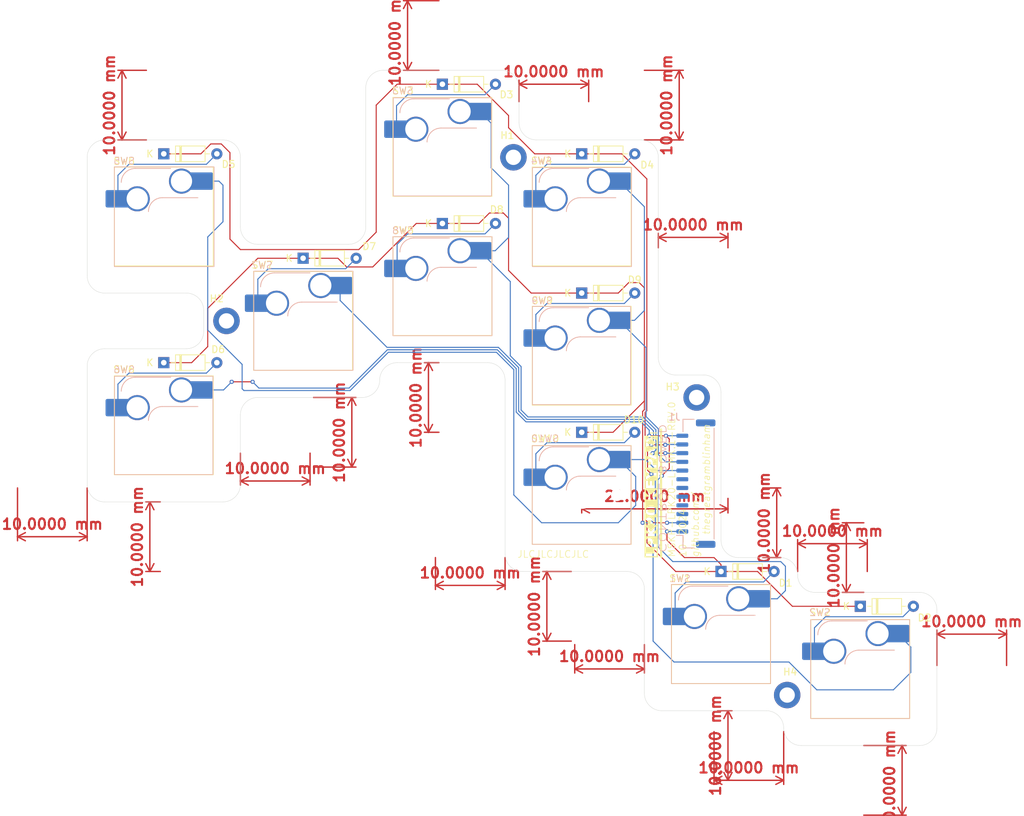
<source format=kicad_pcb>
(kicad_pcb (version 20240108) (generator "pcbnew") (generator_version "8.0")
  (layers (0 "F.Cu" signal) (31 "B.Cu" signal) (34 "B.Paste" user) (35 "F.Paste" user) (36 "B.SilkS" user "B.Silkscreen") (37 "F.SilkS" user "F.Silkscreen") (38 "B.Mask" user) (39 "F.Mask" user) (44 "Edge.Cuts" user))
  (net 0 "")
  (net 1 "Net-(D1-K)")
  (net 2 "Net-(D1-A)")
  (net 3 "Net-(D2-A)")
  (net 4 "Net-(D3-A)")
  (net 5 "Net-(D4-A)")
  (net 6 "Net-(D5-A)")
  (net 7 "Net-(D6-A)")
  (net 8 "Net-(D10-K)")
  (net 9 "Net-(D7-A)")
  (net 10 "Net-(D8-A)")
  (net 11 "Net-(D9-A)")
  (net 12 "Net-(D10-A)")
  (net 17 "Net-(J1-Pin_12)")
  (net 18 "Net-(J1-Pin_11)")
  (net 19 "Net-(J1-Pin_10)")
  (net 20 "Net-(J1-Pin_8)")
  (net 21 "Net-(J1-Pin_9)")
  (footprint "ScottoKeebs_Hotswap:Hotswap_MX_Plated_1.00u" (layer "F.Cu") (at 72 51)
    (property "Reference" "SW5")
    (property "Value" "Switch")
  )
  (footprint "ScottoKeebs_Hotswap:Hotswap_MX_Plated_1.00u" (layer "F.Cu") (at 132 51)
    (property "Reference" "SW4")
    (property "Value" "Switch")
  )
  (footprint "Diode_THT:D_DO-35_SOD27_P7.62mm_Horizontal" (layer "F.Cu") (at 172 107)
    (property "Reference" "D2")
    (property "Value" "1N4148")
  )
  (footprint "MountingHole:MountingHole_2.2mm_M2_ISO14580_Pad" (layer "F.Cu") (at 81 66)
    (property "Reference" "H2")
    (property "Value" "MountingHole_2.2mm_M2_ISO14580_Pad")
  )
  (footprint "Diode_THT:D_DO-35_SOD27_P7.62mm_Horizontal" (layer "F.Cu") (at 92 57)
    (property "Reference" "D7")
    (property "Value" "1N4148")
  )
  (footprint "MountingHole:MountingHole_2.2mm_M2_ISO14580_Pad" (layer "F.Cu") (at 161.5 119.75)
    (property "Reference" "H4")
    (property "Value" "MountingHole_2.2mm_M2_ISO14580_Pad")
  )
  (footprint "ScottoKeebs_Hotswap:Hotswap_MX_Plated_1.00u" (layer "F.Cu") (at 152 111)
    (property "Reference" "SW1")
    (property "Value" "Switch")
  )
  (footprint "ScottoKeebs_Hotswap:Hotswap_MX_Plated_1.00u" (layer "F.Cu") (at 92 66)
    (property "Reference" "SW7")
    (property "Value" "Switch")
  )
  (footprint "ScottoKeebs_Hotswap:Hotswap_MX_Plated_1.00u" (layer "F.Cu") (at 72 81)
    (property "Reference" "SW6")
    (property "Value" "Switch")
  )
  (footprint "MountingHole:MountingHole_2.2mm_M2_ISO14580_Pad" (layer "F.Cu") (at 122.2 42.5)
    (property "Reference" "H1")
    (property "Value" "MountingHole_2.2mm_M2_ISO14580_Pad")
  )
  (footprint "Diode_THT:D_DO-35_SOD27_P7.62mm_Horizontal" (layer "F.Cu") (at 132 62)
    (property "Reference" "D9")
    (property "Value" "1N4148")
  )
  (footprint "ScottoKeebs_Hotswap:Hotswap_MX_Plated_1.00u" (layer "F.Cu") (at 172 116)
    (property "Reference" "SW2")
    (property "Value" "Switch")
  )
  (footprint "Diode_THT:D_DO-35_SOD27_P7.62mm_Horizontal" (layer "F.Cu") (at 132 42)
    (property "Reference" "D4")
    (property "Value" "1N4148")
  )
  (footprint "ScottoKeebs_Hotswap:Hotswap_MX_Plated_1.00u" (layer "F.Cu") (at 132 71)
    (property "Reference" "SW9")
    (property "Value" "Switch")
  )
  (footprint "Diode_THT:D_DO-35_SOD27_P7.62mm_Horizontal" (layer "F.Cu") (at 152 102)
    (property "Reference" "D1")
    (property "Value" "1N4148")
  )
  (footprint "Diode_THT:D_DO-35_SOD27_P7.62mm_Horizontal" (layer "F.Cu") (at 112 52)
    (property "Reference" "D8")
    (property "Value" "1N4148")
  )
  (footprint "ScottoKeebs_Hotswap:Hotswap_MX_Plated_1.00u" (layer "F.Cu") (at 132 91)
    (property "Reference" "SW10")
    (property "Value" "Switch")
  )
  (footprint "ScottoKeebs_Hotswap:Hotswap_MX_Plated_1.00u" (layer "F.Cu") (at 112 41)
    (property "Reference" "SW3")
    (property "Value" "Switch")
  )
  (footprint "MountingHole:MountingHole_2.2mm_M2_ISO14580_Pad" (layer "F.Cu") (at 148.5 77)
    (property "Reference" "H3")
    (property "Value" "MountingHole_2.2mm_M2_ISO14580_Pad")
  )
  (footprint "Diode_THT:D_DO-35_SOD27_P7.62mm_Horizontal" (layer "F.Cu") (at 72 72)
    (property "Reference" "D6")
    (property "Value" "1N4148")
  )
  (footprint "Diode_THT:D_DO-35_SOD27_P7.62mm_Horizontal" (layer "F.Cu") (at 72 42)
    (property "Reference" "D5")
    (property "Value" "1N4148")
  )
  (footprint "Diode_THT:D_DO-35_SOD27_P7.62mm_Horizontal" (layer "F.Cu") (at 112 32)
    (property "Reference" "D3")
    (property "Value" "1N4148")
  )
  (footprint "ScottoKeebs_Hotswap:Hotswap_MX_Plated_1.00u" (layer "F.Cu") (at 112 61)
    (property "Reference" "SW8")
    (property "Value" "Switch")
  )
  (footprint "Diode_THT:D_DO-35_SOD27_P7.62mm_Horizontal" (layer "F.Cu") (at 132 82)
    (property "Reference" "D10")
    (property "Value" "1N4148")
  )
  (footprint "Connector_JST:JST_GH_BM12B-GHS-TBT_1x12-1MP_P1.25mm_Vertical" (layer "B.Cu") (at 148.4 89.375 90)
    (property "Reference" "J1")
    (property "Value" "Conn_01x12_Socket")
  )
  (gr_rect (start 84.925 58.85) (end 99.175 73.1) (stroke (width 0.1)) (fill none) (layer "B.SilkS"))
  (gr_rect (start 124.925 63.925) (end 139.025 78.025) (stroke (width 0.1)) (fill none) (layer "B.SilkS"))
  (gr_rect (start 104.95 33.95) (end 119.05 48.05) (stroke (width 0.1)) (fill none) (layer "B.SilkS"))
  (gr_rect (start 144.875 103.85) (end 159.125 118.1) (stroke (width 0.1)) (fill none) (layer "B.SilkS"))
  (gr_rect (start 64.9 43.875) (end 79.225 58.2) (stroke (width 0.1)) (fill none) (layer "B.SilkS"))
  (gr_rect (start 64.925 73.95) (end 79.05 88.075) (stroke (width 0.1)) (fill none) (layer "B.SilkS"))
  (gr_rect (start 104.9 53.9) (end 119.125 68.125) (stroke (width 0.1)) (fill none) (layer "B.SilkS"))
  (gr_rect (start 124.9 83.925) (end 139.075 98.1) (stroke (width 0.1)) (fill none) (layer "B.SilkS"))
  (gr_rect (start 164.875 108.925) (end 179.075 123.125) (stroke (width 0.1)) (fill none) (layer "B.SilkS"))
  (gr_rect (start 124.925 43.975) (end 139.15 58.2) (stroke (width 0.1)) (fill none) (layer "B.SilkS"))
  (gr_line (start 143.4 81.6) (end 143.4 99.9) (stroke (width 0.3)) (layer "F.SilkS"))
  (gr_line (start 83 79.5) (end 83 89.5) (stroke (width 0.05)) (layer "Edge.Cuts"))
  (gr_line (start 103.5 30) (end 120.5 30) (stroke (width 0.05)) (layer "Edge.Cuts"))
  (gr_arc (start 145.5 73.767767) (mid 143.732233 73.035534) (end 143 71.267767) (stroke (width 0.05)) (layer "Edge.Cuts"))
  (gr_arc (start 75.232233 62) (mid 77 62.732233) (end 77.732233 64.5) (stroke (width 0.05)) (layer "Edge.Cuts"))
  (gr_line (start 77.732233 67.5) (end 77.732233 64.5) (stroke (width 0.05)) (layer "Edge.Cuts"))
  (gr_line (start 138.5 102) (end 123.5 102) (stroke (width 0.05)) (layer "Edge.Cuts"))
  (gr_line (start 152 76.267767) (end 152 79.5) (stroke (width 0.05)) (layer "Edge.Cuts"))
  (gr_arc (start 80.5 40) (mid 82.267767 40.732233) (end 83 42.5) (stroke (width 0.05)) (layer "Edge.Cuts"))
  (gr_arc (start 143.5 122) (mid 141.732233 121.267767) (end 141 119.5) (stroke (width 0.05)) (layer "Edge.Cuts"))
  (gr_line (start 183 107.5) (end 183 124.5) (stroke (width 0.05)) (layer "Edge.Cuts"))
  (gr_line (start 165.5 105) (end 180.5 105) (stroke (width 0.05)) (layer "Edge.Cuts"))
  (gr_line (start 75.232233 70) (end 63.5 70) (stroke (width 0.05)) (layer "Edge.Cuts"))
  (gr_arc (start 154.5 100) (mid 152.732233 99.267767) (end 152 97.5) (stroke (width 0.05)) (layer "Edge.Cuts"))
  (gr_line (start 145.5 73.767767) (end 149.5 73.767767) (stroke (width 0.05)) (layer "Edge.Cuts"))
  (gr_line (start 143 42.5) (end 143 71.267767) (stroke (width 0.05)) (layer "Edge.Cuts"))
  (gr_line (start 100.5 77) (end 85.5 77) (stroke (width 0.05)) (layer "Edge.Cuts"))
  (gr_arc (start 118.5 72) (mid 120.267767 72.732233) (end 121 74.5) (stroke (width 0.05)) (layer "Edge.Cuts"))
  (gr_line (start 85.5 55) (end 98.5 55) (stroke (width 0.05)) (layer "Edge.Cuts"))
  (gr_arc (start 180.5 105) (mid 182.267767 105.732233) (end 183 107.5) (stroke (width 0.05)) (layer "Edge.Cuts"))
  (gr_arc (start 61 42.5) (mid 61.732233 40.732233) (end 63.5 40) (stroke (width 0.05)) (layer "Edge.Cuts"))
  (gr_line (start 61 59.5) (end 61 42.5) (stroke (width 0.05)) (layer "Edge.Cuts"))
  (gr_line (start 158.5 122) (end 143.5 122) (stroke (width 0.05)) (layer "Edge.Cuts"))
  (gr_line (start 83 42.5) (end 83 52.5) (stroke (width 0.05)) (layer "Edge.Cuts"))
  (gr_arc (start 61 72.5) (mid 61.732233 70.732233) (end 63.5 70) (stroke (width 0.05)) (layer "Edge.Cuts"))
  (gr_line (start 154.5 100) (end 160.5 100) (stroke (width 0.05)) (layer "Edge.Cuts"))
  (gr_arc (start 103 74.5) (mid 102.267767 76.267767) (end 100.5 77) (stroke (width 0.05)) (layer "Edge.Cuts"))
  (gr_line (start 118.5 72) (end 105.5 72) (stroke (width 0.05)) (layer "Edge.Cuts"))
  (gr_arc (start 101 52.5) (mid 100.267767 54.267767) (end 98.5 55) (stroke (width 0.05)) (layer "Edge.Cuts"))
  (gr_arc (start 163.5 127) (mid 161.732233 126.267767) (end 161 124.5) (stroke (width 0.05)) (layer "Edge.Cuts"))
  (gr_arc (start 77.732233 67.5) (mid 77 69.267767) (end 75.232233 70) (stroke (width 0.05)) (layer "Edge.Cuts"))
  (gr_arc (start 120.5 30) (mid 122.267767 30.732233) (end 123 32.5) (stroke (width 0.05)) (layer "Edge.Cuts"))
  (gr_line (start 101 52.5) (end 101 32.5) (stroke (width 0.05)) (layer "Edge.Cuts"))
  (gr_line (start 80.5 92) (end 63.5 92) (stroke (width 0.05)) (layer "Edge.Cuts"))
  (gr_arc (start 85.5 55) (mid 83.732233 54.267767) (end 83 52.5) (stroke (width 0.05)) (layer "Edge.Cuts"))
  (gr_arc (start 83 89.5) (mid 82.267767 91.267767) (end 80.5 92) (stroke (width 0.05)) (layer "Edge.Cuts"))
  (gr_line (start 123 32.5) (end 123 37.5) (stroke (width 0.05)) (layer "Edge.Cuts"))
  (gr_arc (start 103 74.5) (mid 103.732233 72.732233) (end 105.5 72) (stroke (width 0.05)) (layer "Edge.Cuts"))
  (gr_arc (start 165.5 105) (mid 163.732233 104.267767) (end 163 102.5) (stroke (width 0.05)) (layer "Edge.Cuts"))
  (gr_arc (start 140.5 40) (mid 142.267767 40.732233) (end 143 42.5) (stroke (width 0.05)) (layer "Edge.Cuts"))
  (gr_arc (start 101 32.5) (mid 101.732233 30.732233) (end 103.5 30) (stroke (width 0.05)) (layer "Edge.Cuts"))
  (gr_line (start 63.5 40) (end 80.5 40) (stroke (width 0.05)) (layer "Edge.Cuts"))
  (gr_arc (start 160.5 100) (mid 162.267767 100.732233) (end 163 102.5) (stroke (width 0.05)) (layer "Edge.Cuts"))
  (gr_arc (start 125.5 40) (mid 123.732233 39.267767) (end 123 37.5) (stroke (width 0.05)) (layer "Edge.Cuts"))
  (gr_arc (start 138.5 102) (mid 140.267767 102.732233) (end 141 104.5) (stroke (width 0.05)) (layer "Edge.Cuts"))
  (gr_arc (start 183 124.5) (mid 182.267767 126.267767) (end 180.5 127) (stroke (width 0.05)) (layer "Edge.Cuts"))
  (gr_line (start 125.5 40) (end 140.5 40) (stroke (width 0.05)) (layer "Edge.Cuts"))
  (gr_arc (start 63.5 92) (mid 61.732233 91.267767) (end 61 89.5) (stroke (width 0.05)) (layer "Edge.Cuts"))
  (gr_arc (start 123.5 102) (mid 121.732233 101.267767) (end 121 99.5) (stroke (width 0.05)) (layer "Edge.Cuts"))
  (gr_line (start 61 89.5) (end 61 72.5) (stroke (width 0.05)) (layer "Edge.Cuts"))
  (gr_line (start 121 99.5) (end 121 74.5) (stroke (width 0.05)) (layer "Edge.Cuts"))
  (gr_line (start 152 79.5) (end 152 97.5) (stroke (width 0.05)) (layer "Edge.Cuts"))
  (gr_line (start 180.5 127) (end 163.5 127) (stroke (width 0.05)) (layer "Edge.Cuts"))
  (gr_line (start 63.5 62) (end 75.232233 62) (stroke (width 0.05)) (layer "Edge.Cuts"))
  (gr_arc (start 149.5 73.767767) (mid 151.267767 74.5) (end 152 76.267767) (stroke (width 0.05)) (layer "Edge.Cuts"))
  (gr_arc (start 83 79.5) (mid 83.732233 77.732233) (end 85.5 77) (stroke (width 0.05)) (layer "Edge.Cuts"))
  (gr_arc (start 158.5 122) (mid 160.267767 122.732233) (end 161 124.5) (stroke (width 0.05)) (layer "Edge.Cuts"))
  (gr_line (start 141 119.5) (end 141 104.5) (stroke (width 0.05)) (layer "Edge.Cuts"))
  (gr_arc (start 63.5 62) (mid 61.732233 61.267767) (end 61 59.5) (stroke (width 0.05)) (layer "Edge.Cuts"))
  (gr_text "SW10" (at 128.8 83.5 0) (layer "B.SilkS") (effects (font (size 1 1) (thickness 0.1)) (justify left bottom mirror)))
  (gr_text "SW9" (at 127.9 63.7 0) (layer "B.SilkS") (effects (font (size 1 1) (thickness 0.1)) (justify left bottom mirror)))
  (gr_text "SW1" (at 147.7 103.6 0) (layer "B.SilkS") (effects (font (size 1 1) (thickness 0.1)) (justify left bottom mirror)))
  (gr_text "SW6" (at 67.9 73.6 0) (layer "B.SilkS") (effects (font (size 1 1) (thickness 0.1)) (justify left bottom mirror)))
  (gr_text "SW4" (at 127.8 43.6 0) (layer "B.SilkS") (effects (font (size 1 1) (thickness 0.1)) (justify left bottom mirror)))
  (gr_text "SW7" (at 87.7 58.6 0) (layer "B.SilkS") (effects (font (size 1 1) (thickness 0.1)) (justify left bottom mirror)))
  (gr_text "SW8" (at 107.9 53.6 0) (layer "B.SilkS") (effects (font (size 1 1) (thickness 0.1)) (justify left bottom mirror)))
  (gr_text "SW5" (at 67.9 43.6 0) (layer "B.SilkS") (effects (font (size 1 1) (thickness 0.1)) (justify left bottom mirror)))
  (gr_text "SW3" (at 107.9 33.5 0) (layer "B.SilkS") (effects (font (size 1 1) (thickness 0.1)) (justify left bottom mirror)))
  (gr_text "SW2" (at 167.775 108.475 0) (layer "B.SilkS") (effects (font (size 1 1) (thickness 0.1)) (justify left bottom mirror)))
  (gr_text "CONTROL BOARD" (at 143 99.4 -90) (layer "B.SilkS") (effects (font (size 1 1.5) (thickness 0.1)) (justify left bottom mirror)))
  (gr_text "I" (at 143 82.3 90) (layer "F.SilkS") (effects (font (size 1 1) (thickness 0.1)) (justify left bottom)))
  (gr_text "JLCJLCJLCJLC" (at 122.7 100.1 0) (layer "F.SilkS") (effects (font (size 1 1) (thickness 0.1)) (justify left bottom)))
  (gr_text "10-2024" (at 147.1 100 90) (layer "F.SilkS") (effects (font (size 1 1) (thickness 0.1)) (justify left bottom)))
  (gr_text "github.com/" (at 148.9 100 90) (layer "F.SilkS") (effects (font (size 1 1) (thickness 0.1) (italic yes)) (justify left bottom)))
  (gr_text "thegreatgramblinham" (at 150.5 96.8 90) (layer "F.SilkS") (effects (font (size 1 1) (thickness 0.1) (italic yes)) (justify left bottom)))
  (gr_text "Mk" (at 143 84.4 90) (layer "F.SilkS") (effects (font (size 1.5 1) (thickness 0.1)) (justify left bottom)))
  (gr_text "MSKP-LPK20-L-MK.1-REV.0" (at 145.5 100 90) (layer "F.SilkS") (effects (font (size 1 1) (thickness 0.1)) (justify left bottom)))
  (gr_text "LPK20 KEYPAD" (at 143 100 90) (layer "F.SilkS" knockout) (effects (font (size 1.5 1.5) (thickness 0.1)) (justify left bottom)))
  (dimension (type aligned) (layer "F.Cu") (pts (xy 157.5 100) (xy 157.5 90)) (height 2.5) (gr_text "10.0000 mm" (at 158.2 95 90) (layer "F.Cu") (effects (font (size 1.5 1.5) (thickness 0.3)))) (format (prefix "") (suffix "") (units 3) (units_format 1) (precision 4)) (style (thickness 0.2) (arrow_length 1.27) (text_position_mode 0) (extension_height 0.58642) (extension_offset 0.5) keep_text_aligned))
  (dimension (type aligned) (layer "F.Cu") (pts (xy 121 99.5) (xy 111 99.5)) (height -4.5) (gr_text "10.0000 mm" (at 116 102.2 0) (layer "F.Cu") (effects (font (size 1.5 1.5) (thickness 0.3)))) (format (prefix "") (suffix "") (units 3) (units_format 1) (precision 4)) (style (thickness 0.2) (arrow_length 1.27) (text_position_mode 0) (extension_height 0.58642) (extension_offset 0.5) keep_text_aligned))
  (dimension (type aligned) (layer "F.Cu") (pts (xy 131 102) (xy 131 112)) (height 4) (gr_text "10.0000 mm" (at 125.2 107 90) (layer "F.Cu") (effects (font (size 1.5 1.5) (thickness 0.3)))) (format (prefix "") (suffix "") (units 3) (units_format 1) (precision 4)) (style (thickness 0.2) (arrow_length 1.27) (text_position_mode 0) (extension_height 0.58642) (extension_offset 0.5) keep_text_aligned))
  (dimension (type aligned) (layer "F.Cu") (pts (xy 151 122) (xy 151 132)) (height -1.999999) (gr_text "10.0000 mm" (at 151.199999 127 90) (layer "F.Cu") (effects (font (size 1.5 1.5) (thickness 0.3)))) (format (prefix "") (suffix "") (units 3) (units_format 1) (precision 4)) (style (thickness 0.2) (arrow_length 1.27) (text_position_mode 0) (extension_height 0.58642) (extension_offset 0.5) keep_text_aligned))
  (dimension (type aligned) (layer "F.Cu") (pts (xy 173 105) (xy 173 95)) (height -3) (gr_text "10.0000 mm" (at 168.2 100 90) (layer "F.Cu") (effects (font (size 1.5 1.5) (thickness 0.3)))) (format (prefix "") (suffix "") (units 3) (units_format 1) (precision 4)) (style (thickness 0.2) (arrow_length 1.27) (text_position_mode 0) (extension_height 0.58642) (extension_offset 0.5) keep_text_aligned))
  (dimension (type aligned) (layer "F.Cu") (pts (xy 61 89.5) (xy 51 89.5)) (height -7.5) (gr_text "10.0000 mm" (at 56 95.2 0) (layer "F.Cu") (effects (font (size 1.5 1.5) (thickness 0.3)))) (format (prefix "") (suffix "") (units 3) (units_format 1) (precision 4)) (style (thickness 0.2) (arrow_length 1.27) (text_position_mode 0) (extension_height 0.58642) (extension_offset 0.5) keep_text_aligned))
  (dimension (type aligned) (layer "F.Cu") (pts (xy 143 56) (xy 153 56)) (height -1.999999) (gr_text "10.0000 mm" (at 148 52.200001 0) (layer "F.Cu") (effects (font (size 1.5 1.5) (thickness 0.3)))) (format (prefix "") (suffix "") (units 3) (units_format 1) (precision 4)) (style (thickness 0.2) (arrow_length 1.27) (text_position_mode 0) (extension_height 0.58642) (extension_offset 0.5) keep_text_aligned))
  (dimension (type aligned) (layer "F.Cu") (pts (xy 112 72) (xy 112 82)) (height 2) (gr_text "10.0000 mm" (at 108.2 77 90) (layer "F.Cu") (effects (font (size 1.5 1.5) (thickness 0.3)))) (format (prefix "") (suffix "") (units 3) (units_format 1) (precision 4)) (style (thickness 0.2) (arrow_length 1.27) (text_position_mode 0) (extension_height 0.58642) (extension_offset 0.5) keep_text_aligned))
  (dimension (type aligned) (layer "F.Cu") (pts (xy 172 127) (xy 172 137)) (height -6) (gr_text "10.0000 mm" (at 176.2 132 90) (layer "F.Cu") (effects (font (size 1.5 1.5) (thickness 0.3)))) (format (prefix "") (suffix "") (units 3) (units_format 1) (precision 4)) (style (thickness 0.2) (arrow_length 1.27) (text_position_mode 0) (extension_height 0.58642) (extension_offset 0.5) keep_text_aligned))
  (dimension (type aligned) (layer "F.Cu") (pts (xy 70 40) (xy 70 30)) (height -4) (gr_text "10.0000 mm" (at 64.2 35 90) (layer "F.Cu") (effects (font (size 1.5 1.5) (thickness 0.3)))) (format (prefix "") (suffix "") (units 3) (units_format 1) (precision 4)) (style (thickness 0.2) (arrow_length 1.27) (text_position_mode 0) (extension_height 0.58642) (extension_offset 0.5) keep_text_aligned))
  (dimension (type aligned) (layer "F.Cu") (pts (xy 112 30) (xy 112 20)) (height -5) (gr_text "10.0000 mm" (at 105.2 25 90) (layer "F.Cu") (effects (font (size 1.5 1.5) (thickness 0.3)))) (format (prefix "") (suffix "") (units 3) (units_format 1) (precision 4)) (style (thickness 0.2) (arrow_length 1.27) (text_position_mode 0) (extension_height 0.58642) (extension_offset 0.5) keep_text_aligned))
  (dimension (type aligned) (layer "F.Cu") (pts (xy 72 92) (xy 72 102)) (height 1.999999) (gr_text "10.0000 mm" (at 68.200001 97 90) (layer "F.Cu") (effects (font (size 1.5 1.5) (thickness 0.3)))) (format (prefix "") (suffix "") (units 3) (units_format 1) (precision 4)) (style (thickness 0.2) (arrow_length 1.27) (text_position_mode 0) (extension_height 0.58642) (extension_offset 0.5) keep_text_aligned))
  (dimension (type aligned) (layer "F.Cu") (pts (xy 161 124.5) (xy 151 124.5)) (height -7.5) (gr_text "10.0000 mm" (at 156 130.2 0) (layer "F.Cu") (effects (font (size 1.5 1.5) (thickness 0.3)))) (format (prefix "") (suffix "") (units 3) (units_format 1) (precision 4)) (style (thickness 0.2) (arrow_length 1.27) (text_position_mode 0) (extension_height 0.58642) (extension_offset 0.5) keep_text_aligned))
  (dimension (type aligned) (layer "F.Cu") (pts (xy 140.5 40) (xy 140.5 30)) (height 5.5) (gr_text "10.0000 mm" (at 144.2 35 90) (layer "F.Cu") (effects (font (size 1.5 1.5) (thickness 0.3)))) (format (prefix "") (suffix "") (units 3) (units_format 1) (precision 4)) (style (thickness 0.2) (arrow_length 1.27) (text_position_mode 0) (extension_height 0.58642) (extension_offset 0.5) keep_text_aligned))
  (dimension (type aligned) (layer "F.Cu") (pts (xy 123 35) (xy 133 35)) (height -3) (gr_text "10.0000 mm" (at 128 30.2 0) (layer "F.Cu") (effects (font (size 1.5 1.5) (thickness 0.3)))) (format (prefix "") (suffix "") (units 3) (units_format 1) (precision 4)) (style (thickness 0.2) (arrow_length 1.27) (text_position_mode 0) (extension_height 0.58642) (extension_offset 0.5) keep_text_aligned))
  (dimension (type aligned) (layer "F.Cu") (pts (xy 132 91) (xy 153 91)) (height 2) (gr_text "21.0000 mm" (at 142.5 91.2 0) (layer "F.Cu") (effects (font (size 1.5 1.5) (thickness 0.3)))) (format (prefix "") (suffix "") (units 3) (units_format 1) (precision 4)) (style (thickness 0.2) (arrow_length 1.27) (text_position_mode 0) (extension_height 0.58642) (extension_offset 0.5) keep_text_aligned))
  (dimension (type aligned) (layer "F.Cu") (pts (xy 141 112) (xy 131 112)) (height -3.999999) (gr_text "10.0000 mm" (at 136 114.199999 0) (layer "F.Cu") (effects (font (size 1.5 1.5) (thickness 0.3)))) (format (prefix "") (suffix "") (units 3) (units_format 1) (precision 4)) (style (thickness 0.2) (arrow_length 1.27) (text_position_mode 0) (extension_height 0.58642) (extension_offset 0.5) keep_text_aligned))
  (dimension (type aligned) (layer "F.Cu") (pts (xy 163 102.5) (xy 173 102.5)) (height -4.5) (gr_text "10.0000 mm" (at 168 96.2 0) (layer "F.Cu") (effects (font (size 1.5 1.5) (thickness 0.3)))) (format (prefix "") (suffix "") (units 3) (units_format 1) (precision 4)) (style (thickness 0.2) (arrow_length 1.27) (text_position_mode 0) (extension_height 0.58642) (extension_offset 0.5) keep_text_aligned))
  (dimension (type aligned) (layer "F.Cu") (pts (xy 183 116) (xy 193 116)) (height -5) (gr_text "10.0000 mm" (at 188 109.2 0) (layer "F.Cu") (effects (font (size 1.5 1.5) (thickness 0.3)))) (format (prefix "") (suffix "") (units 3) (units_format 1) (precision 4)) (style (thickness 0.2) (arrow_length 1.27) (text_position_mode 0) (extension_height 0.58642) (extension_offset 0.5) keep_text_aligned))
  (dimension (type aligned) (layer "F.Cu") (pts (xy 93 77) (xy 93 87)) (height -6) (gr_text "10.0000 mm" (at 97.2 82 90) (layer "F.Cu") (effects (font (size 1.5 1.5) (thickness 0.3)))) (format (prefix "") (suffix "") (units 3) (units_format 1) (precision 4)) (style (thickness 0.2) (arrow_length 1.27) (text_position_mode 0) (extension_height 0.58642) (extension_offset 0.5) keep_text_aligned))
  (dimension (type aligned) (layer "F.Cu") (pts (xy 83 84.5) (xy 93 84.5)) (height 4.5) (gr_text "10.0000 mm" (at 88 87.2 0) (layer "F.Cu") (effects (font (size 1.5 1.5) (thickness 0.3)))) (format (prefix "") (suffix "") (units 3) (units_format 1) (precision 4)) (style (thickness 0.2) (arrow_length 1.27) (text_position_mode 0) (extension_height 0.58642) (extension_offset 0.5) keep_text_aligned))
  (segment (start 141.375 97.875) (end 141.375 94.811827) (width 0.15) (layer "F.Cu") (net 1))
  (segment (start 117 32) (end 121.5 36.5) (width 0.15) (layer "F.Cu") (net 1))
  (segment (start 77.325 42) (end 78.75 40.575) (width 0.15) (layer "F.Cu") (net 1))
  (segment (start 83 55.75) (end 100 55.75) (width 0.15) (layer "F.Cu") (net 1))
  (segment (start 151 100) (end 146.75 100) (width 0.15) (layer "F.Cu") (net 1))
  (segment (start 141.35 78.894974) (end 141.35 45.6) (width 0.15) (layer "F.Cu") (net 1))
  (segment (start 81.5 41.825) (end 81.5 54.25) (width 0.15) (layer "F.Cu") (net 1))
  (segment (start 157.25 102) (end 162.25 107) (width 0.15) (layer "F.Cu") (net 1))
  (segment (start 102.5 35) (end 105.5 32) (width 0.15) (layer "F.Cu") (net 1))
  (segment (start 137.75 42) (end 132 42) (width 0.15) (layer "F.Cu") (net 1))
  (segment (start 152 101) (end 151 100) (width 0.15) (layer "F.Cu") (net 1))
  (segment (start 152 102) (end 145.5 102) (width 0.15) (layer "F.Cu") (net 1))
  (segment (start 81.5 54.25) (end 83 55.75) (width 0.15) (layer "F.Cu") (net 1))
  (segment (start 141.35 45.6) (end 137.75 42) (width 0.15) (layer "F.Cu") (net 1))
  (segment (start 105.5 32) (end 112 32) (width 0.15) (layer "F.Cu") (net 1))
  (segment (start 125.25 42) (end 132 42) (width 0.15) (layer "F.Cu") (net 1))
  (segment (start 152 102) (end 157.25 102) (width 0.15) (layer "F.Cu") (net 1))
  (segment (start 141.375 94.811827) (end 141.1 94.536827) (width 0.15) (layer "F.Cu") (net 1))
  (segment (start 152 102) (end 152 101) (width 0.15) (layer "F.Cu") (net 1))
  (segment (start 162.25 107) (end 172 107) (width 0.15) (layer "F.Cu") (net 1))
  (segment (start 72 42) (end 77.325 42) (width 0.15) (layer "F.Cu") (net 1))
  (segment (start 78.75 40.575) (end 80.25 40.575) (width 0.15) (layer "F.Cu") (net 1))
  (segment (start 141.1 94.536827) (end 141.1 79.144974) (width 0.15) (layer "F.Cu") (net 1))
  (segment (start 100 55.75) (end 102.5 53.25) (width 0.15) (layer "F.Cu") (net 1))
  (segment (start 121.5 38.25) (end 125.25 42) (width 0.15) (layer "F.Cu") (net 1))
  (segment (start 80.25 40.575) (end 81.5 41.825) (width 0.15) (layer "F.Cu") (net 1))
  (segment (start 121.5 36.5) (end 121.5 38.25) (width 0.15) (layer "F.Cu") (net 1))
  (segment (start 145.5 102) (end 141.375 97.875) (width 0.15) (layer "F.Cu") (net 1))
  (segment (start 102.5 53.25) (end 102.5 35) (width 0.15) (layer "F.Cu") (net 1))
  (segment (start 146.75 100) (end 144.25 97.5) (width 0.15) (layer "F.Cu") (net 1))
  (segment (start 112 32) (end 117 32) (width 0.15) (layer "F.Cu") (net 1))
  (segment (start 141.1 79.144974) (end 141.35 78.894974) (width 0.15) (layer "F.Cu") (net 1))
  (segment (start 144.25 97.5) (end 144.25 96.25) (width 0.15) (layer "F.Cu") (net 1))
  (via blind (at 144.25 96.25) (size 0.6) (drill 0.3) (layers "F.Cu" "B.Cu") (net 1))
  (segment (start 144.25 96.25) (end 146.25 96.25) (width 0.15) (layer "B.Cu") (net 1))
  (segment (start 158.12 103.5) (end 147 103.5) (width 0.15) (layer "B.Cu") (net 2))
  (segment (start 147 103.5) (end 145.415 105.085) (width 0.15) (layer "B.Cu") (net 2))
  (segment (start 145.415 105.085) (end 145.415 108.46) (width 0.15) (layer "B.Cu") (net 2))
  (segment (start 159.62 102) (end 158.12 103.5) (width 0.15) (layer "B.Cu") (net 2))
  (segment (start 165.415 110.085) (end 165.415 113.46) (width 0.15) (layer "B.Cu") (net 3))
  (segment (start 178.12 108.5) (end 167 108.5) (width 0.15) (layer "B.Cu") (net 3))
  (segment (start 167 108.5) (end 165.415 110.085) (width 0.15) (layer "B.Cu") (net 3))
  (segment (start 179.62 107) (end 178.12 108.5) (width 0.15) (layer "B.Cu") (net 3))
  (segment (start 119.62 32) (end 118.12 33.5) (width 0.15) (layer "B.Cu") (net 4))
  (segment (start 118.12 33.5) (end 107 33.5) (width 0.15) (layer "B.Cu") (net 4))
  (segment (start 107 33.5) (end 105.415 35.085) (width 0.15) (layer "B.Cu") (net 4))
  (segment (start 105.415 35.085) (end 105.415 38.46) (width 0.15) (layer "B.Cu") (net 4))
  (segment (start 127 43.5) (end 125.415 45.085) (width 0.15) (layer "B.Cu") (net 5))
  (segment (start 139.62 42) (end 138.12 43.5) (width 0.15) (layer "B.Cu") (net 5))
  (segment (start 138.12 43.5) (end 127 43.5) (width 0.15) (layer "B.Cu") (net 5))
  (segment (start 125.415 45.085) (end 125.415 48.46) (width 0.15) (layer "B.Cu") (net 5))
  (segment (start 65.415 45.085) (end 65.415 48.46) (width 0.15) (layer "B.Cu") (net 6))
  (segment (start 79.62 42) (end 78.12 43.5) (width 0.15) (layer "B.Cu") (net 6))
  (segment (start 78.12 43.5) (end 67 43.5) (width 0.15) (layer "B.Cu") (net 6))
  (segment (start 67 43.5) (end 65.415 45.085) (width 0.15) (layer "B.Cu") (net 6))
  (segment (start 67 73.5) (end 65.415 75.085) (width 0.15) (layer "B.Cu") (net 7))
  (segment (start 79.62 72) (end 78.12 73.5) (width 0.15) (layer "B.Cu") (net 7))
  (segment (start 78.12 73.5) (end 67 73.5) (width 0.15) (layer "B.Cu") (net 7))
  (segment (start 65.415 75.085) (end 65.415 78.46) (width 0.15) (layer "B.Cu") (net 7))
  (segment (start 141 77.5) (end 136.5 82) (width 0.15) (layer "F.Cu") (net 8))
  (segment (start 108.25 52) (end 112 52) (width 0.15) (layer "F.Cu") (net 8))
  (segment (start 121.5 51.25) (end 121.5 58.75) (width 0.15) (layer "F.Cu") (net 8))
  (segment (start 121.5 58.75) (end 124.75 62) (width 0.15) (layer "F.Cu") (net 8))
  (segment (start 76 72) (end 78.307233 69.692767) (width 0.15) (layer "F.Cu") (net 8))
  (segment (start 124.75 62) (end 132 62) (width 0.15) (layer "F.Cu") (net 8))
  (segment (start 97 57) (end 98.25 58.25) (width 0.15) (layer "F.Cu") (net 8))
  (segment (start 102 58.25) (end 108.25 52) (width 0.15) (layer "F.Cu") (net 8))
  (segment (start 92 57) (end 97 57) (width 0.15) (layer "F.Cu") (net 8))
  (segment (start 142 95) (end 144.25 95) (width 0.15) (layer "F.Cu") (net 8))
  (segment (start 112 52) (end 117.25 52) (width 0.15) (layer "F.Cu") (net 8))
  (segment (start 141 78.75) (end 140.75 79) (width 0.15) (layer "F.Cu") (net 8))
  (segment (start 98.25 58.25) (end 102 58.25) (width 0.15) (layer "F.Cu") (net 8))
  (segment (start 78.307233 64.192767) (end 85.5 57) (width 0.15) (layer "F.Cu") (net 8))
  (segment (start 138.75 60.5) (end 140.25 60.5) (width 0.15) (layer "F.Cu") (net 8))
  (segment (start 141 77.5) (end 141 78.75) (width 0.15) (layer "F.Cu") (net 8))
  (segment (start 85.5 57) (end 92 57) (width 0.15) (layer "F.Cu") (net 8))
  (segment (start 136.5 82) (end 132 82) (width 0.15) (layer "F.Cu") (net 8))
  (segment (start 118.75 50.5) (end 120.75 50.5) (width 0.15) (layer "F.Cu") (net 8))
  (segment (start 141 61.25) (end 141 77.5) (width 0.15) (layer "F.Cu") (net 8))
  (segment (start 78.307233 69.692767) (end 78.307233 64.192767) (width 0.15) (layer "F.Cu") (net 8))
  (segment (start 117.25 52) (end 118.75 50.5) (width 0.15) (layer "F.Cu") (net 8))
  (segment (start 132 62) (end 137.25 62) (width 0.15) (layer "F.Cu") (net 8))
  (segment (start 72 72) (end 76 72) (width 0.15) (layer "F.Cu") (net 8))
  (segment (start 140.25 60.5) (end 141 61.25) (width 0.15) (layer "F.Cu") (net 8))
  (segment (start 140.75 79) (end 140.75 95) (width 0.15) (layer "F.Cu") (net 8))
  (segment (start 120.75 50.5) (end 121.5 51.25) (width 0.15) (layer "F.Cu") (net 8))
  (segment (start 137.25 62) (end 138.75 60.5) (width 0.15) (layer "F.Cu") (net 8))
  (via blind (at 140.75 95) (size 0.6) (drill 0.3) (layers "F.Cu" "B.Cu") (net 8))
  (via blind (at 144.25 95) (size 0.6) (drill 0.3) (layers "F.Cu" "B.Cu") (net 8))
  (via blind (at 142 95) (size 0.6) (drill 0.3) (layers "F.Cu" "B.Cu") (net 8))
  (segment (start 144.25 95) (end 146.25 95) (width 0.15) (layer "B.Cu") (net 8))
  (segment (start 140.75 95) (end 142 95) (width 0.15) (layer "B.Cu") (net 8))
  (segment (start 85.5 63.375) (end 85.415 63.46) (width 0.15) (layer "B.Cu") (net 9))
  (segment (start 85.5 60) (end 85.5 63.375) (width 0.15) (layer "B.Cu") (net 9))
  (segment (start 87 58.5) (end 85.5 60) (width 0.15) (layer "B.Cu") (net 9))
  (segment (start 99.62 57) (end 98.12 58.5) (width 0.15) (layer "B.Cu") (net 9))
  (segment (start 98.12 58.5) (end 87 58.5) (width 0.15) (layer "B.Cu") (net 9))
  (segment (start 119.62 52) (end 118.12 53.5) (width 0.15) (layer "B.Cu") (net 10))
  (segment (start 107 53.5) (end 105.5 55) (width 0.15) (layer "B.Cu") (net 10))
  (segment (start 118.12 53.5) (end 107 53.5) (width 0.15) (layer "B.Cu") (net 10))
  (segment (start 105.5 58.375) (end 105.415 58.46) (width 0.15) (layer "B.Cu") (net 10))
  (segment (start 105.5 55) (end 105.5 58.375) (width 0.15) (layer "B.Cu") (net 10))
  (segment (start 139.62 62) (end 138.12 63.5) (width 0.15) (layer "B.Cu") (net 11))
  (segment (start 127 63.5) (end 125.415 65.085) (width 0.15) (layer "B.Cu") (net 11))
  (segment (start 138.12 63.5) (end 127 63.5) (width 0.15) (layer "B.Cu") (net 11))
  (segment (start 125.415 65.085) (end 125.415 68.46) (width 0.15) (layer "B.Cu") (net 11))
  (segment (start 139.62 82) (end 138.12 83.5) (width 0.15) (layer "B.Cu") (net 12))
  (segment (start 125.415 85.085) (end 125.415 88.46) (width 0.15) (layer "B.Cu") (net 12))
  (segment (start 127 83.5) (end 125.415 85.085) (width 0.15) (layer "B.Cu") (net 12))
  (segment (start 138.12 83.5) (end 127 83.5) (width 0.15) (layer "B.Cu") (net 12))
  (segment (start 81.75 74.75) (end 84.75 74.75) (width 0.15) (layer "F.Cu") (net 17))
  (segment (start 144.575 87.175) (end 144.575 82.975) (width 0.15) (layer "F.Cu") (net 17))
  (segment (start 144.575 82.975) (end 144.1 82.5) (width 0.15) (layer "F.Cu") (net 17))
  (segment (start 141.7 82.5) (end 144.1 82.5) (width 0.15) (layer "F.Cu") (net 17))
  (segment (start 143.5 88.25) (end 144.575 87.175) (width 0.15) (layer "F.Cu") (net 17))
  (via blind (at 143.5 88.25) (size 0.6) (drill 0.3) (layers "F.Cu" "B.Cu") (net 17))
  (via blind (at 84.75 74.75) (size 0.6) (drill 0.3) (layers "F.Cu" "B.Cu") (net 17))
  (via blind (at 141.7 82.5) (size 0.6) (drill 0.3) (layers "F.Cu" "B.Cu") (net 17))
  (via blind (at 144.1 82.5) (size 0.6) (drill 0.3) (layers "F.Cu" "B.Cu") (net 17))
  (via blind (at 81.75 74.75) (size 0.6) (drill 0.3) (layers "F.Cu" "B.Cu") (net 17))
  (segment (start 84.75 74.75) (end 85.65 75.65) (width 0.15) (layer "B.Cu") (net 17))
  (segment (start 145.074999 100.575) (end 143.249999 98.75) (width 0.15) (layer "B.Cu") (net 17))
  (segment (start 85.65 75.65) (end 98.6 75.65) (width 0.15) (layer "B.Cu") (net 17))
  (segment (start 140.505026 80.5) (end 141.25 81.244974) (width 0.15) (layer "B.Cu") (net 17))
  (segment (start 141.7 81.694974) (end 141.25 81.244974) (width 0.15) (layer "B.Cu") (net 17))
  (segment (start 141.7 82.5) (end 141.7 81.694974) (width 0.15) (layer "B.Cu") (net 17))
  (segment (start 157.32 105.92) (end 160.08 105.92) (width 0.15) (layer "B.Cu") (net 17))
  (segment (start 161.25 101.25) (end 160.575 100.575) (width 0.15) (layer "B.Cu") (net 17))
  (segment (start 77.32 75.92) (end 80.58 75.92) (width 0.15) (layer "B.Cu") (net 17))
  (segment (start 160.08 105.92) (end 161.25 104.75) (width 0.15) (layer "B.Cu") (net 17))
  (segment (start 124 80.5) (end 140.505026 80.5) (width 0.15) (layer "B.Cu") (net 17))
  (segment (start 98.6 75.65) (end 104.1 70.15) (width 0.15) (layer "B.Cu") (net 17))
  (segment (start 122.6 79.1) (end 124 80.5) (width 0.15) (layer "B.Cu") (net 17))
  (segment (start 142.925 88.825) (end 142.925 98.425001) (width 0.15) (layer "B.Cu") (net 17))
  (segment (start 142.925 98.425001) (end 143.249999 98.75) (width 0.15) (layer "B.Cu") (net 17))
  (segment (start 80.58 75.92) (end 81.75 74.75) (width 0.15) (layer "B.Cu") (net 17))
  (segment (start 104.1 70.15) (end 119.894975 70.15) (width 0.15) (layer "B.Cu") (net 17))
  (segment (start 119.894975 70.15) (end 122.6 72.855025) (width 0.15) (layer "B.Cu") (net 17))
  (segment (start 144.1 82.5) (end 146.25 82.5) (width 0.15) (layer "B.Cu") (net 17))
  (segment (start 143.5 88.25) (end 142.925 88.825) (width 0.15) (layer "B.Cu") (net 17))
  (segment (start 160.575 100.575) (end 145.074999 100.575) (width 0.15) (layer "B.Cu") (net 17))
  (segment (start 161.25 104.75) (end 161.25 101.25) (width 0.15) (layer "B.Cu") (net 17))
  (segment (start 122.6 72.855025) (end 122.6 79.1) (width 0.15) (layer "B.Cu") (net 17))
  (segment (start 141.45 84.35) (end 142 83.8) (width 0.15) (layer "F.Cu") (net 18))
  (segment (start 142 83.8) (end 144 83.8) (width 0.15) (layer "F.Cu") (net 18))
  (segment (start 142 88) (end 141.45 87.45) (width 0.15) (layer "F.Cu") (net 18))
  (segment (start 141.45 87.45) (end 141.45 84.35) (width 0.15) (layer "F.Cu") (net 18))
  (via blind (at 142 88) (size 0.6) (drill 0.3) (layers "F.Cu" "B.Cu") (net 18))
  (via blind (at 144 83.8) (size 0.6) (drill 0.3) (layers "F.Cu" "B.Cu") (net 18))
  (via blind (at 142 83.8) (size 0.6) (drill 0.3) (layers "F.Cu" "B.Cu") (net 18))
  (segment (start 161.75 115) (end 145.25 115) (width 0.15) (layer "B.Cu") (net 18))
  (segment (start 142.25 112) (end 142.25 98) (width 0.15) (layer "B.Cu") (net 18))
  (segment (start 97.32 60.92) (end 97.32 63.07) (width 0.15) (layer "B.Cu") (net 18))
  (segment (start 97.32 63.07) (end 104.05 69.8) (width 0.15) (layer "B.Cu") (net 18))
  (segment (start 142.3 83.5) (end 142 83.8) (width 0.15) (layer "B.Cu") (net 18))
  (segment (start 120.03995 69.8) (end 122.95 72.71005) (width 0.15) (layer "B.Cu") (net 18))
  (segment (start 140.65 80.15) (end 142.3 81.8) (width 0.15) (layer "B.Cu") (net 18))
  (segment (start 176.75 119) (end 165.75 119) (width 0.15) (layer "B.Cu") (net 18))
  (segment (start 165.75 119) (end 161.75 115) (width 0.15) (layer "B.Cu") (net 18))
  (segment (start 142.3 81.8) (end 142.3 83.5) (width 0.15) (layer "B.Cu") (net 18))
  (segment (start 122.95 72.71005) (end 122.95 78.95) (width 0.15) (layer "B.Cu") (net 18))
  (segment (start 144 83.8) (end 144.05 83.75) (width 0.15) (layer "B.Cu") (net 18))
  (segment (start 177.32 110.92) (end 179.25 112.85) (width 0.15) (layer "B.Cu") (net 18))
  (segment (start 104.05 69.8) (end 120.03995 69.8) (width 0.15) (layer "B.Cu") (net 18))
  (segment (start 145.25 115) (end 142.25 112) (width 0.15) (layer "B.Cu") (net 18))
  (segment (start 179.25 112.85) (end 179.25 116.5) (width 0.15) (layer "B.Cu") (net 18))
  (segment (start 124.15 80.15) (end 140.65 80.15) (width 0.15) (layer "B.Cu") (net 18))
  (segment (start 179.25 116.5) (end 176.75 119) (width 0.15) (layer "B.Cu") (net 18))
  (segment (start 142.575 88.575) (end 142 88) (width 0.15) (layer "B.Cu") (net 18))
  (segment (start 144.05 83.75) (end 146.25 83.75) (width 0.15) (layer "B.Cu") (net 18))
  (segment (start 142.575 97.675) (end 142.575 88.575) (width 0.15) (layer "B.Cu") (net 18))
  (segment (start 122.95 78.95) (end 124.15 80.15) (width 0.15) (layer "B.Cu") (net 18))
  (segment (start 142.25 98) (end 142.575 97.675) (width 0.15) (layer "B.Cu") (net 18))
  (segment (start 142.2 85) (end 144 85) (width 0.15) (layer "F.Cu") (net 19))
  (via blind (at 144 85) (size 0.6) (drill 0.3) (layers "F.Cu" "B.Cu") (net 19))
  (via blind (at 142.2 85) (size 0.6) (drill 0.3) (layers "F.Cu" "B.Cu") (net 19))
  (segment (start 124.294974 79.8) (end 140.8 79.8) (width 0.15) (layer "B.Cu") (net 19))
  (segment (start 123.3 78.805026) (end 124.294974 79.8) (width 0.15) (layer "B.Cu") (net 19))
  (segment (start 123.094975 72.36005) (end 123.3 72.565075) (width 0.15) (layer "B.Cu") (net 19))
  (segment (start 142.65 81.65) (end 142.65 84.55) (width 0.15) (layer "B.Cu") (net 19))
  (segment (start 117.32 55.92) (end 121.75 60.35) (width 0.15) (layer "B.Cu") (net 19))
  (segment (start 144 85) (end 146.25 85) (width 0.15) (layer "B.Cu") (net 19))
  (segment (start 121.5 46.5) (end 121.5 54) (width 0.15) (layer "B.Cu") (net 19))
  (segment (start 119.58 55.92) (end 117.32 55.92) (width 0.15) (layer "B.Cu") (net 19))
  (segment (start 140.8 79.8) (end 142.65 81.65) (width 0.15) (layer "B.Cu") (net 19))
  (segment (start 121.75 71.015076) (end 123.094975 72.36005) (width 0.15) (layer "B.Cu") (net 19))
  (segment (start 117.32 35.92) (end 119 37.6) (width 0.15) (layer "B.Cu") (net 19))
  (segment (start 142.65 84.55) (end 142.2 85) (width 0.15) (layer "B.Cu") (net 19))
  (segment (start 121.5 54) (end 119.58 55.92) (width 0.15) (layer "B.Cu") (net 19))
  (segment (start 119 37.6) (end 119 44) (width 0.15) (layer "B.Cu") (net 19))
  (segment (start 121.75 60.35) (end 121.75 71.015076) (width 0.15) (layer "B.Cu") (net 19))
  (segment (start 119 44) (end 121.5 46.5) (width 0.15) (layer "B.Cu") (net 19))
  (segment (start 123.3 72.565075) (end 123.3 78.805026) (width 0.15) (layer "B.Cu") (net 19))
  (segment (start 142.75 87.5) (end 146.25 87.5) (width 0.15) (layer "B.Cu") (net 20))
  (segment (start 139.75 88.35) (end 139.75 92.5) (width 0.15) (layer "B.Cu") (net 20))
  (segment (start 83.5 76) (end 83.25 75.75) (width 0.15) (layer "B.Cu") (net 20))
  (segment (start 141.17 85.92) (end 142.75 87.5) (width 0.15) (layer "B.Cu") (net 20))
  (segment (start 83.25 72.25) (end 78.307233 67.307233) (width 0.15) (layer "B.Cu") (net 20))
  (segment (start 119.75 70.5) (end 104.25 70.5) (width 0.15) (layer "B.Cu") (net 20))
  (segment (start 126.25 95) (end 122.25 91) (width 0.15) (layer "B.Cu") (net 20))
  (segment (start 137.32 85.92) (end 139.75 88.35) (width 0.15) (layer "B.Cu") (net 20))
  (segment (start 137.32 85.92) (end 141.17 85.92) (width 0.15) (layer "B.Cu") (net 20))
  (segment (start 78.307233 53.942767) (end 80.5 51.75) (width 0.15) (layer "B.Cu") (net 20))
  (segment (start 122.25 73) (end 119.75 70.5) (width 0.15) (layer "B.Cu") (net 20))
  (segment (start 98.75 76) (end 83.5 76) (width 0.15) (layer "B.Cu") (net 20))
  (segment (start 83.25 75.75) (end 83.25 72.25) (width 0.15) (layer "B.Cu") (net 20))
  (segment (start 78.307233 67.307233) (end 78.307233 53.942767) (width 0.15) (layer "B.Cu") (net 20))
  (segment (start 80.5 46.5) (end 79.92 45.92) (width 0.15) (layer "B.Cu") (net 20))
  (segment (start 137.25 95) (end 126.25 95) (width 0.15) (layer "B.Cu") (net 20))
  (segment (start 80.5 51.75) (end 80.5 46.5) (width 0.15) (layer "B.Cu") (net 20))
  (segment (start 122.25 91) (end 122.25 73) (width 0.15) (layer "B.Cu") (net 20))
  (segment (start 139.75 92.5) (end 137.25 95) (width 0.15) (layer "B.Cu") (net 20))
  (segment (start 79.92 45.92) (end 77.32 45.92) (width 0.15) (layer "B.Cu") (net 20))
  (segment (start 104.25 70.5) (end 98.75 76) (width 0.15) (layer "B.Cu") (net 20))
  (segment (start 143 81.5) (end 143 85.2) (width 0.15) (layer "B.Cu") (net 21))
  (segment (start 144.05 86.25) (end 146.25 86.25) (width 0.15) (layer "B.Cu") (net 21))
  (segment (start 137.32 65.92) (end 141.25 69.85) (width 0.15) (layer "B.Cu") (net 21))
  (segment (start 141.25 69.85) (end 141.25 79.75) (width 0.15) (layer "B.Cu") (net 21))
  (segment (start 141.25 79.75) (end 143 81.5) (width 0.15) (layer "B.Cu") (net 21))
  (segment (start 139.58 65.92) (end 137.32 65.92) (width 0.15) (layer "B.Cu") (net 21))
  (segment (start 137.32 45.92) (end 141 49.6) (width 0.15) (layer "B.Cu") (net 21))
  (segment (start 143 85.2) (end 144.05 86.25) (width 0.15) (layer "B.Cu") (net 21))
  (segment (start 141 64.5) (end 139.58 65.92) (width 0.15) (layer "B.Cu") (net 21))
  (segment (start 141 49.6) (end 141 64.5) (width 0.15) (layer "B.Cu") (net 21))
)
</source>
